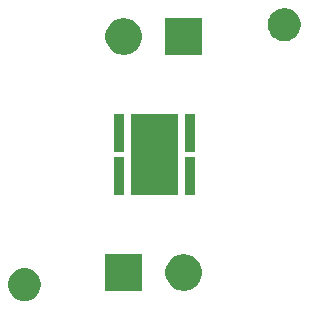
<source format=gbr>
G04 #@! TF.GenerationSoftware,KiCad,Pcbnew,5.1.4-e60b266~84~ubuntu18.04.1*
G04 #@! TF.CreationDate,2019-08-12T18:19:12+05:30*
G04 #@! TF.ProjectId,XHP70.2_breakout,58485037-302e-4325-9f62-7265616b6f75,rev?*
G04 #@! TF.SameCoordinates,Original*
G04 #@! TF.FileFunction,Soldermask,Top*
G04 #@! TF.FilePolarity,Negative*
%FSLAX46Y46*%
G04 Gerber Fmt 4.6, Leading zero omitted, Abs format (unit mm)*
G04 Created by KiCad (PCBNEW 5.1.4-e60b266~84~ubuntu18.04.1) date 2019-08-12 18:19:12*
%MOMM*%
%LPD*%
G04 APERTURE LIST*
%ADD10C,0.100000*%
G04 APERTURE END LIST*
D10*
G36*
X89318433Y-109634893D02*
G01*
X89408657Y-109652839D01*
X89514267Y-109696585D01*
X89663621Y-109758449D01*
X89663622Y-109758450D01*
X89893086Y-109911772D01*
X90088228Y-110106914D01*
X90190675Y-110260237D01*
X90241551Y-110336379D01*
X90347161Y-110591344D01*
X90401000Y-110862012D01*
X90401000Y-111137988D01*
X90347161Y-111408656D01*
X90241551Y-111663621D01*
X90241550Y-111663622D01*
X90088228Y-111893086D01*
X89893086Y-112088228D01*
X89739763Y-112190675D01*
X89663621Y-112241551D01*
X89514267Y-112303415D01*
X89408657Y-112347161D01*
X89318433Y-112365107D01*
X89137988Y-112401000D01*
X88862012Y-112401000D01*
X88681567Y-112365107D01*
X88591343Y-112347161D01*
X88485733Y-112303415D01*
X88336379Y-112241551D01*
X88260237Y-112190675D01*
X88106914Y-112088228D01*
X87911772Y-111893086D01*
X87758450Y-111663622D01*
X87758449Y-111663621D01*
X87652839Y-111408656D01*
X87599000Y-111137988D01*
X87599000Y-110862012D01*
X87652839Y-110591344D01*
X87758449Y-110336379D01*
X87809325Y-110260237D01*
X87911772Y-110106914D01*
X88106914Y-109911772D01*
X88336378Y-109758450D01*
X88336379Y-109758449D01*
X88485733Y-109696585D01*
X88591343Y-109652839D01*
X88681567Y-109634893D01*
X88862012Y-109599000D01*
X89137988Y-109599000D01*
X89318433Y-109634893D01*
X89318433Y-109634893D01*
G37*
G36*
X102791585Y-108460802D02*
G01*
X102941410Y-108490604D01*
X103223674Y-108607521D01*
X103477705Y-108777259D01*
X103693741Y-108993295D01*
X103863479Y-109247326D01*
X103980396Y-109529590D01*
X104040000Y-109829240D01*
X104040000Y-110134760D01*
X103980396Y-110434410D01*
X103863479Y-110716674D01*
X103693741Y-110970705D01*
X103477705Y-111186741D01*
X103223674Y-111356479D01*
X102941410Y-111473396D01*
X102791585Y-111503198D01*
X102641761Y-111533000D01*
X102336239Y-111533000D01*
X102186415Y-111503198D01*
X102036590Y-111473396D01*
X101754326Y-111356479D01*
X101500295Y-111186741D01*
X101284259Y-110970705D01*
X101114521Y-110716674D01*
X100997604Y-110434410D01*
X100938000Y-110134760D01*
X100938000Y-109829240D01*
X100997604Y-109529590D01*
X101114521Y-109247326D01*
X101284259Y-108993295D01*
X101500295Y-108777259D01*
X101754326Y-108607521D01*
X102036590Y-108490604D01*
X102186415Y-108460802D01*
X102336239Y-108431000D01*
X102641761Y-108431000D01*
X102791585Y-108460802D01*
X102791585Y-108460802D01*
G37*
G36*
X98960000Y-111533000D02*
G01*
X95858000Y-111533000D01*
X95858000Y-108431000D01*
X98960000Y-108431000D01*
X98960000Y-111533000D01*
X98960000Y-111533000D01*
G37*
G36*
X97401000Y-103431000D02*
G01*
X96599000Y-103431000D01*
X96599000Y-100199000D01*
X97401000Y-100199000D01*
X97401000Y-103431000D01*
X97401000Y-103431000D01*
G37*
G36*
X103401000Y-103431000D02*
G01*
X102599000Y-103431000D01*
X102599000Y-100199000D01*
X103401000Y-100199000D01*
X103401000Y-103431000D01*
X103401000Y-103431000D01*
G37*
G36*
X102001000Y-103431000D02*
G01*
X97999000Y-103431000D01*
X97999000Y-96569000D01*
X102001000Y-96569000D01*
X102001000Y-103431000D01*
X102001000Y-103431000D01*
G37*
G36*
X103401000Y-99801000D02*
G01*
X102599000Y-99801000D01*
X102599000Y-96569000D01*
X103401000Y-96569000D01*
X103401000Y-99801000D01*
X103401000Y-99801000D01*
G37*
G36*
X97401000Y-99801000D02*
G01*
X96599000Y-99801000D01*
X96599000Y-96569000D01*
X97401000Y-96569000D01*
X97401000Y-99801000D01*
X97401000Y-99801000D01*
G37*
G36*
X97711585Y-88478802D02*
G01*
X97861410Y-88508604D01*
X98143674Y-88625521D01*
X98397705Y-88795259D01*
X98613741Y-89011295D01*
X98783479Y-89265326D01*
X98900396Y-89547590D01*
X98960000Y-89847240D01*
X98960000Y-90152760D01*
X98900396Y-90452410D01*
X98783479Y-90734674D01*
X98613741Y-90988705D01*
X98397705Y-91204741D01*
X98143674Y-91374479D01*
X97861410Y-91491396D01*
X97711585Y-91521198D01*
X97561761Y-91551000D01*
X97256239Y-91551000D01*
X97106415Y-91521198D01*
X96956590Y-91491396D01*
X96674326Y-91374479D01*
X96420295Y-91204741D01*
X96204259Y-90988705D01*
X96034521Y-90734674D01*
X95917604Y-90452410D01*
X95858000Y-90152760D01*
X95858000Y-89847240D01*
X95917604Y-89547590D01*
X96034521Y-89265326D01*
X96204259Y-89011295D01*
X96420295Y-88795259D01*
X96674326Y-88625521D01*
X96956590Y-88508604D01*
X97106415Y-88478802D01*
X97256239Y-88449000D01*
X97561761Y-88449000D01*
X97711585Y-88478802D01*
X97711585Y-88478802D01*
G37*
G36*
X104040000Y-91551000D02*
G01*
X100938000Y-91551000D01*
X100938000Y-88449000D01*
X104040000Y-88449000D01*
X104040000Y-91551000D01*
X104040000Y-91551000D01*
G37*
G36*
X111318433Y-87634893D02*
G01*
X111408657Y-87652839D01*
X111514267Y-87696585D01*
X111663621Y-87758449D01*
X111663622Y-87758450D01*
X111893086Y-87911772D01*
X112088228Y-88106914D01*
X112190675Y-88260237D01*
X112241551Y-88336379D01*
X112347161Y-88591344D01*
X112401000Y-88862012D01*
X112401000Y-89137988D01*
X112347161Y-89408656D01*
X112241551Y-89663621D01*
X112241550Y-89663622D01*
X112088228Y-89893086D01*
X111893086Y-90088228D01*
X111796506Y-90152760D01*
X111663621Y-90241551D01*
X111514267Y-90303415D01*
X111408657Y-90347161D01*
X111318433Y-90365107D01*
X111137988Y-90401000D01*
X110862012Y-90401000D01*
X110681567Y-90365107D01*
X110591343Y-90347161D01*
X110485733Y-90303415D01*
X110336379Y-90241551D01*
X110203494Y-90152760D01*
X110106914Y-90088228D01*
X109911772Y-89893086D01*
X109758450Y-89663622D01*
X109758449Y-89663621D01*
X109652839Y-89408656D01*
X109599000Y-89137988D01*
X109599000Y-88862012D01*
X109652839Y-88591344D01*
X109758449Y-88336379D01*
X109809325Y-88260237D01*
X109911772Y-88106914D01*
X110106914Y-87911772D01*
X110336378Y-87758450D01*
X110336379Y-87758449D01*
X110485733Y-87696585D01*
X110591343Y-87652839D01*
X110681567Y-87634893D01*
X110862012Y-87599000D01*
X111137988Y-87599000D01*
X111318433Y-87634893D01*
X111318433Y-87634893D01*
G37*
M02*

</source>
